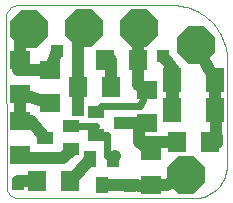
<source format=gtl>
G75*
G70*
%OFA0B0*%
%FSLAX24Y24*%
%IPPOS*%
%LPD*%
%AMOC8*
5,1,8,0,0,1.08239X$1,22.5*
%
%ADD10C,0.0000*%
%ADD11R,0.0551X0.0394*%
%ADD12R,0.0394X0.0551*%
%ADD13R,0.0710X0.0630*%
%ADD14R,0.0630X0.0710*%
%ADD15R,0.0630X0.0709*%
%ADD16R,0.0709X0.0630*%
%ADD17OC8,0.1250*%
%ADD18R,0.0591X0.0827*%
%ADD19C,0.0240*%
%ADD20C,0.0197*%
%ADD21C,0.0400*%
%ADD22R,0.0436X0.0436*%
%ADD23C,0.0160*%
D10*
X001252Y000753D02*
X007128Y000753D01*
X007194Y000755D01*
X007260Y000761D01*
X007325Y000771D01*
X007389Y000785D01*
X007453Y000802D01*
X007515Y000824D01*
X007576Y000849D01*
X007635Y000878D01*
X007693Y000910D01*
X007748Y000946D01*
X007801Y000985D01*
X007852Y001027D01*
X007900Y001072D01*
X007945Y001120D01*
X007987Y001171D01*
X008026Y001224D01*
X008062Y001279D01*
X008095Y001337D01*
X008123Y001396D01*
X008149Y001457D01*
X008170Y001519D01*
X008188Y001583D01*
X008202Y001647D01*
X008212Y001712D01*
X008218Y001778D01*
X008220Y001844D01*
X008220Y001843D02*
X008226Y005328D01*
X008224Y005417D01*
X008218Y005505D01*
X008207Y005594D01*
X008193Y005681D01*
X008174Y005768D01*
X008151Y005854D01*
X008124Y005938D01*
X008093Y006021D01*
X008058Y006103D01*
X008020Y006183D01*
X007977Y006261D01*
X007931Y006336D01*
X007881Y006410D01*
X007828Y006481D01*
X007771Y006549D01*
X007712Y006615D01*
X007649Y006678D01*
X007583Y006737D01*
X007515Y006794D01*
X007444Y006847D01*
X007370Y006897D01*
X007294Y006943D01*
X007216Y006985D01*
X007136Y007024D01*
X007055Y007059D01*
X006972Y007090D01*
X006887Y007117D01*
X006801Y007139D01*
X006715Y007158D01*
X006627Y007173D01*
X006539Y007183D01*
X006450Y007189D01*
X006362Y007191D01*
X006361Y007191D02*
X001294Y007192D01*
X001254Y007190D01*
X001215Y007185D01*
X001176Y007176D01*
X001138Y007164D01*
X001101Y007149D01*
X001066Y007131D01*
X001032Y007109D01*
X001001Y007085D01*
X000971Y007058D01*
X000945Y007028D01*
X000920Y006997D01*
X000899Y006963D01*
X000881Y006928D01*
X000866Y006891D01*
X000854Y006853D01*
X000846Y006814D01*
X000841Y006774D01*
X000839Y006734D01*
X000840Y006735D02*
X000874Y001126D01*
X000874Y001127D02*
X000876Y001090D01*
X000882Y001053D01*
X000891Y001018D01*
X000903Y000983D01*
X000919Y000950D01*
X000939Y000918D01*
X000961Y000889D01*
X000986Y000862D01*
X001013Y000837D01*
X001043Y000815D01*
X001075Y000796D01*
X001108Y000781D01*
X001143Y000769D01*
X001179Y000760D01*
X001215Y000755D01*
X001252Y000753D01*
D11*
X003030Y002394D03*
X002164Y002769D03*
X003030Y003143D03*
X003857Y002871D03*
X004723Y003245D03*
X003857Y003619D03*
D12*
X003664Y002048D03*
X004412Y002048D03*
X004038Y001182D03*
D13*
X005681Y001199D03*
X005681Y002319D03*
X005561Y003252D03*
X005561Y004372D03*
X001317Y004232D03*
X001333Y003309D03*
X001333Y002189D03*
X001317Y005352D03*
D14*
X004147Y005351D03*
X005267Y005351D03*
X003003Y001312D03*
X001883Y001312D03*
D15*
X003258Y004446D03*
X004360Y004446D03*
X006561Y002631D03*
X007664Y002631D03*
D16*
X002317Y003926D03*
X002317Y005028D03*
D17*
X001614Y006393D03*
X003457Y006432D03*
X005274Y006432D03*
X007189Y005847D03*
X006860Y001517D03*
D18*
X006388Y003682D03*
X006388Y004706D03*
X007805Y004706D03*
X007805Y003682D03*
D19*
X005561Y004372D02*
X005325Y003839D01*
X004026Y003839D01*
X003868Y003619D01*
X003857Y003619D01*
X003857Y003143D02*
X003030Y003143D01*
X003857Y002871D02*
X004223Y002871D01*
X004223Y002146D01*
X004490Y002146D01*
X001317Y005352D02*
X001216Y005454D01*
D20*
X001317Y004241D02*
X001317Y004232D01*
X001333Y004232D01*
X003857Y003143D02*
X003857Y002871D01*
X005561Y003245D02*
X005561Y003252D01*
X005561Y003379D01*
D21*
X005561Y003245D02*
X004723Y003245D01*
X005288Y003252D02*
X005288Y002631D01*
X005681Y002319D01*
X005288Y002631D02*
X006561Y002631D01*
X007664Y002631D02*
X007664Y002580D01*
X007884Y002580D01*
X007805Y003682D01*
X007805Y004706D01*
X007490Y005296D01*
X007189Y005847D01*
X006467Y005020D02*
X006309Y005178D01*
X006073Y005493D01*
X006467Y005020D02*
X006388Y003682D01*
X006388Y004706D01*
X005561Y004372D02*
X005267Y004529D01*
X005267Y005351D01*
X005267Y006038D01*
X005274Y006432D01*
X004360Y005351D02*
X004147Y005351D01*
X004360Y005351D02*
X004360Y004446D01*
X003258Y004446D02*
X003238Y004209D01*
X003238Y003682D01*
X003258Y004446D02*
X003258Y006038D01*
X003457Y006432D01*
X002553Y005650D02*
X002317Y005028D01*
X002317Y005020D01*
X001270Y005020D01*
X001270Y005343D01*
X001317Y005343D01*
X001317Y005352D02*
X001317Y006235D01*
X001614Y006393D01*
X001317Y004241D02*
X002317Y003926D01*
X001691Y003309D02*
X002164Y002769D01*
X001691Y003309D02*
X001333Y003309D01*
X001333Y004232D01*
X003030Y002394D02*
X003081Y002394D01*
X002766Y002107D01*
X002057Y002107D01*
X001254Y002107D01*
X001333Y002189D01*
X001270Y001312D02*
X001270Y001241D01*
X001270Y001312D02*
X001883Y001312D01*
X003006Y001312D02*
X003664Y002048D01*
X004412Y002048D02*
X004490Y002146D01*
X004577Y001182D02*
X004038Y001182D01*
X004577Y001182D02*
X004971Y001162D01*
X005209Y001182D02*
X004577Y001182D01*
X005288Y001162D02*
X005681Y001199D01*
X006231Y001199D01*
X006860Y001517D01*
D22*
X004971Y001162D03*
X002057Y002107D03*
X001270Y001241D03*
X003238Y003682D03*
X002553Y005650D03*
X006073Y005493D03*
D23*
X005561Y003252D02*
X005288Y003252D01*
X003006Y001312D02*
X003003Y001312D01*
X001883Y001312D02*
X001883Y001359D01*
X005209Y001182D02*
X005681Y001199D01*
X001317Y005343D02*
X001317Y005352D01*
M02*

</source>
